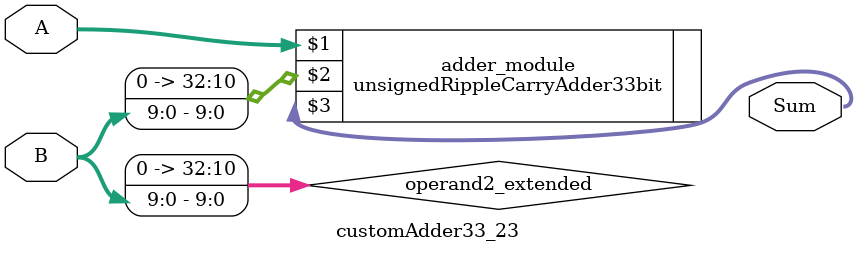
<source format=v>
module customAdder33_23(
                        input [32 : 0] A,
                        input [9 : 0] B,
                        
                        output [33 : 0] Sum
                );

        wire [32 : 0] operand2_extended;
        
        assign operand2_extended =  {23'b0, B};
        
        unsignedRippleCarryAdder33bit adder_module(
            A,
            operand2_extended,
            Sum
        );
        
        endmodule
        
</source>
